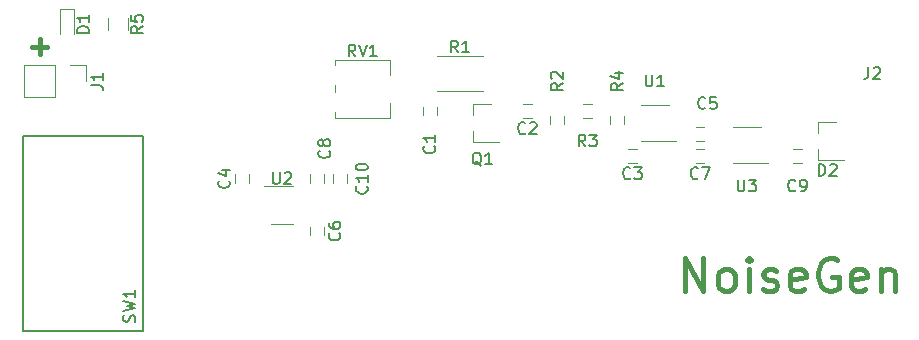
<source format=gbr>
G04 #@! TF.GenerationSoftware,KiCad,Pcbnew,(2017-05-02 revision e4d2924ee)-makepkg*
G04 #@! TF.CreationDate,2017-08-14T20:38:34-05:00*
G04 #@! TF.ProjectId,NoiseGen,4E6F69736547656E2E6B696361645F70,rev?*
G04 #@! TF.FileFunction,Legend,Top*
G04 #@! TF.FilePolarity,Positive*
%FSLAX46Y46*%
G04 Gerber Fmt 4.6, Leading zero omitted, Abs format (unit mm)*
G04 Created by KiCad (PCBNEW (2017-05-02 revision e4d2924ee)-makepkg) date 08/14/17 20:38:34*
%MOMM*%
%LPD*%
G01*
G04 APERTURE LIST*
%ADD10C,0.100000*%
%ADD11C,0.381000*%
%ADD12C,0.120000*%
%ADD13C,0.150000*%
G04 APERTURE END LIST*
D10*
D11*
X128245809Y-113023952D02*
X128245809Y-110229952D01*
X129842380Y-113023952D01*
X129842380Y-110229952D01*
X131572000Y-113023952D02*
X131305904Y-112890904D01*
X131172857Y-112757857D01*
X131039809Y-112491761D01*
X131039809Y-111693476D01*
X131172857Y-111427380D01*
X131305904Y-111294333D01*
X131572000Y-111161285D01*
X131971142Y-111161285D01*
X132237238Y-111294333D01*
X132370285Y-111427380D01*
X132503333Y-111693476D01*
X132503333Y-112491761D01*
X132370285Y-112757857D01*
X132237238Y-112890904D01*
X131971142Y-113023952D01*
X131572000Y-113023952D01*
X133700761Y-113023952D02*
X133700761Y-111161285D01*
X133700761Y-110229952D02*
X133567714Y-110363000D01*
X133700761Y-110496047D01*
X133833809Y-110363000D01*
X133700761Y-110229952D01*
X133700761Y-110496047D01*
X134898190Y-112890904D02*
X135164285Y-113023952D01*
X135696476Y-113023952D01*
X135962571Y-112890904D01*
X136095619Y-112624809D01*
X136095619Y-112491761D01*
X135962571Y-112225666D01*
X135696476Y-112092619D01*
X135297333Y-112092619D01*
X135031238Y-111959571D01*
X134898190Y-111693476D01*
X134898190Y-111560428D01*
X135031238Y-111294333D01*
X135297333Y-111161285D01*
X135696476Y-111161285D01*
X135962571Y-111294333D01*
X138357428Y-112890904D02*
X138091333Y-113023952D01*
X137559142Y-113023952D01*
X137293047Y-112890904D01*
X137160000Y-112624809D01*
X137160000Y-111560428D01*
X137293047Y-111294333D01*
X137559142Y-111161285D01*
X138091333Y-111161285D01*
X138357428Y-111294333D01*
X138490476Y-111560428D01*
X138490476Y-111826523D01*
X137160000Y-112092619D01*
X141151428Y-110363000D02*
X140885333Y-110229952D01*
X140486190Y-110229952D01*
X140087047Y-110363000D01*
X139820952Y-110629095D01*
X139687904Y-110895190D01*
X139554857Y-111427380D01*
X139554857Y-111826523D01*
X139687904Y-112358714D01*
X139820952Y-112624809D01*
X140087047Y-112890904D01*
X140486190Y-113023952D01*
X140752285Y-113023952D01*
X141151428Y-112890904D01*
X141284476Y-112757857D01*
X141284476Y-111826523D01*
X140752285Y-111826523D01*
X143546285Y-112890904D02*
X143280190Y-113023952D01*
X142748000Y-113023952D01*
X142481904Y-112890904D01*
X142348857Y-112624809D01*
X142348857Y-111560428D01*
X142481904Y-111294333D01*
X142748000Y-111161285D01*
X143280190Y-111161285D01*
X143546285Y-111294333D01*
X143679333Y-111560428D01*
X143679333Y-111826523D01*
X142348857Y-112092619D01*
X144876761Y-111161285D02*
X144876761Y-113023952D01*
X144876761Y-111427380D02*
X145009809Y-111294333D01*
X145275904Y-111161285D01*
X145675047Y-111161285D01*
X145941142Y-111294333D01*
X146074190Y-111560428D01*
X146074190Y-113023952D01*
X73025000Y-92329000D02*
X74295000Y-92329000D01*
X73660000Y-92964000D02*
X73660000Y-91694000D01*
D12*
X107280000Y-97440000D02*
X107280000Y-98140000D01*
X106080000Y-98140000D02*
X106080000Y-97440000D01*
X115285000Y-98390000D02*
X114585000Y-98390000D01*
X114585000Y-97190000D02*
X115285000Y-97190000D01*
X123475000Y-101000000D02*
X124175000Y-101000000D01*
X124175000Y-102200000D02*
X123475000Y-102200000D01*
X90205000Y-103855000D02*
X90205000Y-103155000D01*
X91405000Y-103155000D02*
X91405000Y-103855000D01*
X129190000Y-99095000D02*
X129890000Y-99095000D01*
X129890000Y-100295000D02*
X129190000Y-100295000D01*
X97755000Y-107600000D02*
X97755000Y-108300000D01*
X96555000Y-108300000D02*
X96555000Y-107600000D01*
X129190000Y-101000000D02*
X129890000Y-101000000D01*
X129890000Y-102200000D02*
X129190000Y-102200000D01*
X96555000Y-103855000D02*
X96555000Y-103155000D01*
X97755000Y-103155000D02*
X97755000Y-103855000D01*
X137445000Y-101000000D02*
X138145000Y-101000000D01*
X138145000Y-102200000D02*
X137445000Y-102200000D01*
X99660000Y-103155000D02*
X99660000Y-103855000D01*
X98460000Y-103855000D02*
X98460000Y-103155000D01*
X76516000Y-89124000D02*
X76516000Y-91224000D01*
X75376000Y-89124000D02*
X75376000Y-91224000D01*
X76516000Y-89124000D02*
X75376000Y-89124000D01*
X77530000Y-93920000D02*
X77530000Y-95250000D01*
X76200000Y-93920000D02*
X77530000Y-93920000D01*
X74930000Y-93920000D02*
X74930000Y-96580000D01*
X74930000Y-96580000D02*
X72330000Y-96580000D01*
X74930000Y-93920000D02*
X72330000Y-93920000D01*
X72330000Y-93920000D02*
X72330000Y-96580000D01*
X107270000Y-93135000D02*
X111170000Y-93135000D01*
X111170000Y-96095000D02*
X107270000Y-96095000D01*
X118075000Y-98202000D02*
X118075000Y-98902000D01*
X116875000Y-98902000D02*
X116875000Y-98202000D01*
X119665000Y-97190000D02*
X120365000Y-97190000D01*
X120365000Y-98390000D02*
X119665000Y-98390000D01*
X121955000Y-98902000D02*
X121955000Y-98202000D01*
X123155000Y-98202000D02*
X123155000Y-98902000D01*
X79414000Y-89924000D02*
X79414000Y-90924000D01*
X81114000Y-90924000D02*
X81114000Y-89924000D01*
D13*
X72212200Y-116408200D02*
X72212200Y-99949000D01*
X72212200Y-107518200D02*
X72212200Y-107518200D01*
X82372200Y-116408200D02*
X82372200Y-99949000D01*
X72212200Y-116408200D02*
X82372200Y-116408200D01*
X82372200Y-116408200D02*
X82372200Y-116408200D01*
X72212200Y-99898200D02*
X82372200Y-99898200D01*
X82372200Y-99898200D02*
X82372200Y-99898200D01*
D12*
X126930000Y-97256000D02*
X124530000Y-97256000D01*
X124530000Y-100356000D02*
X127480000Y-100356000D01*
X95050000Y-104120000D02*
X92600000Y-104120000D01*
X93250000Y-107340000D02*
X95050000Y-107340000D01*
X132320000Y-102200000D02*
X135270000Y-102200000D01*
X134720000Y-99100000D02*
X132320000Y-99100000D01*
X103325000Y-97965000D02*
X103325000Y-97065000D01*
X103325000Y-97965000D02*
X103325000Y-97065000D01*
X103325000Y-97965000D02*
X103325000Y-97965000D01*
X98605000Y-93905000D02*
X98605000Y-93425000D01*
X98605000Y-96205000D02*
X98605000Y-95565000D01*
X98605000Y-98345000D02*
X98605000Y-97865000D01*
X103325000Y-94705000D02*
X103325000Y-93425000D01*
X103325000Y-98345000D02*
X103325000Y-97065000D01*
X103325000Y-93425000D02*
X98605000Y-93425000D01*
X103325000Y-98345000D02*
X98605000Y-98345000D01*
X110365000Y-97226000D02*
X111825000Y-97226000D01*
X110365000Y-100386000D02*
X112525000Y-100386000D01*
X110365000Y-100386000D02*
X110365000Y-99456000D01*
X110365000Y-97226000D02*
X110365000Y-98156000D01*
X139575000Y-98750000D02*
X141035000Y-98750000D01*
X139575000Y-101910000D02*
X141735000Y-101910000D01*
X139575000Y-101910000D02*
X139575000Y-100980000D01*
X139575000Y-98750000D02*
X139575000Y-99680000D01*
D13*
X107037142Y-100750666D02*
X107084761Y-100798285D01*
X107132380Y-100941142D01*
X107132380Y-101036380D01*
X107084761Y-101179238D01*
X106989523Y-101274476D01*
X106894285Y-101322095D01*
X106703809Y-101369714D01*
X106560952Y-101369714D01*
X106370476Y-101322095D01*
X106275238Y-101274476D01*
X106180000Y-101179238D01*
X106132380Y-101036380D01*
X106132380Y-100941142D01*
X106180000Y-100798285D01*
X106227619Y-100750666D01*
X107132380Y-99798285D02*
X107132380Y-100369714D01*
X107132380Y-100084000D02*
X106132380Y-100084000D01*
X106275238Y-100179238D01*
X106370476Y-100274476D01*
X106418095Y-100369714D01*
X114768333Y-99647142D02*
X114720714Y-99694761D01*
X114577857Y-99742380D01*
X114482619Y-99742380D01*
X114339761Y-99694761D01*
X114244523Y-99599523D01*
X114196904Y-99504285D01*
X114149285Y-99313809D01*
X114149285Y-99170952D01*
X114196904Y-98980476D01*
X114244523Y-98885238D01*
X114339761Y-98790000D01*
X114482619Y-98742380D01*
X114577857Y-98742380D01*
X114720714Y-98790000D01*
X114768333Y-98837619D01*
X115149285Y-98837619D02*
X115196904Y-98790000D01*
X115292142Y-98742380D01*
X115530238Y-98742380D01*
X115625476Y-98790000D01*
X115673095Y-98837619D01*
X115720714Y-98932857D01*
X115720714Y-99028095D01*
X115673095Y-99170952D01*
X115101666Y-99742380D01*
X115720714Y-99742380D01*
X123658333Y-103457142D02*
X123610714Y-103504761D01*
X123467857Y-103552380D01*
X123372619Y-103552380D01*
X123229761Y-103504761D01*
X123134523Y-103409523D01*
X123086904Y-103314285D01*
X123039285Y-103123809D01*
X123039285Y-102980952D01*
X123086904Y-102790476D01*
X123134523Y-102695238D01*
X123229761Y-102600000D01*
X123372619Y-102552380D01*
X123467857Y-102552380D01*
X123610714Y-102600000D01*
X123658333Y-102647619D01*
X123991666Y-102552380D02*
X124610714Y-102552380D01*
X124277380Y-102933333D01*
X124420238Y-102933333D01*
X124515476Y-102980952D01*
X124563095Y-103028571D01*
X124610714Y-103123809D01*
X124610714Y-103361904D01*
X124563095Y-103457142D01*
X124515476Y-103504761D01*
X124420238Y-103552380D01*
X124134523Y-103552380D01*
X124039285Y-103504761D01*
X123991666Y-103457142D01*
X89662142Y-103671666D02*
X89709761Y-103719285D01*
X89757380Y-103862142D01*
X89757380Y-103957380D01*
X89709761Y-104100238D01*
X89614523Y-104195476D01*
X89519285Y-104243095D01*
X89328809Y-104290714D01*
X89185952Y-104290714D01*
X88995476Y-104243095D01*
X88900238Y-104195476D01*
X88805000Y-104100238D01*
X88757380Y-103957380D01*
X88757380Y-103862142D01*
X88805000Y-103719285D01*
X88852619Y-103671666D01*
X89090714Y-102814523D02*
X89757380Y-102814523D01*
X88709761Y-103052619D02*
X89424047Y-103290714D01*
X89424047Y-102671666D01*
X130008333Y-97512142D02*
X129960714Y-97559761D01*
X129817857Y-97607380D01*
X129722619Y-97607380D01*
X129579761Y-97559761D01*
X129484523Y-97464523D01*
X129436904Y-97369285D01*
X129389285Y-97178809D01*
X129389285Y-97035952D01*
X129436904Y-96845476D01*
X129484523Y-96750238D01*
X129579761Y-96655000D01*
X129722619Y-96607380D01*
X129817857Y-96607380D01*
X129960714Y-96655000D01*
X130008333Y-96702619D01*
X130913095Y-96607380D02*
X130436904Y-96607380D01*
X130389285Y-97083571D01*
X130436904Y-97035952D01*
X130532142Y-96988333D01*
X130770238Y-96988333D01*
X130865476Y-97035952D01*
X130913095Y-97083571D01*
X130960714Y-97178809D01*
X130960714Y-97416904D01*
X130913095Y-97512142D01*
X130865476Y-97559761D01*
X130770238Y-97607380D01*
X130532142Y-97607380D01*
X130436904Y-97559761D01*
X130389285Y-97512142D01*
X99012142Y-108116666D02*
X99059761Y-108164285D01*
X99107380Y-108307142D01*
X99107380Y-108402380D01*
X99059761Y-108545238D01*
X98964523Y-108640476D01*
X98869285Y-108688095D01*
X98678809Y-108735714D01*
X98535952Y-108735714D01*
X98345476Y-108688095D01*
X98250238Y-108640476D01*
X98155000Y-108545238D01*
X98107380Y-108402380D01*
X98107380Y-108307142D01*
X98155000Y-108164285D01*
X98202619Y-108116666D01*
X98107380Y-107259523D02*
X98107380Y-107450000D01*
X98155000Y-107545238D01*
X98202619Y-107592857D01*
X98345476Y-107688095D01*
X98535952Y-107735714D01*
X98916904Y-107735714D01*
X99012142Y-107688095D01*
X99059761Y-107640476D01*
X99107380Y-107545238D01*
X99107380Y-107354761D01*
X99059761Y-107259523D01*
X99012142Y-107211904D01*
X98916904Y-107164285D01*
X98678809Y-107164285D01*
X98583571Y-107211904D01*
X98535952Y-107259523D01*
X98488333Y-107354761D01*
X98488333Y-107545238D01*
X98535952Y-107640476D01*
X98583571Y-107688095D01*
X98678809Y-107735714D01*
X129373333Y-103457142D02*
X129325714Y-103504761D01*
X129182857Y-103552380D01*
X129087619Y-103552380D01*
X128944761Y-103504761D01*
X128849523Y-103409523D01*
X128801904Y-103314285D01*
X128754285Y-103123809D01*
X128754285Y-102980952D01*
X128801904Y-102790476D01*
X128849523Y-102695238D01*
X128944761Y-102600000D01*
X129087619Y-102552380D01*
X129182857Y-102552380D01*
X129325714Y-102600000D01*
X129373333Y-102647619D01*
X129706666Y-102552380D02*
X130373333Y-102552380D01*
X129944761Y-103552380D01*
X98147142Y-101131666D02*
X98194761Y-101179285D01*
X98242380Y-101322142D01*
X98242380Y-101417380D01*
X98194761Y-101560238D01*
X98099523Y-101655476D01*
X98004285Y-101703095D01*
X97813809Y-101750714D01*
X97670952Y-101750714D01*
X97480476Y-101703095D01*
X97385238Y-101655476D01*
X97290000Y-101560238D01*
X97242380Y-101417380D01*
X97242380Y-101322142D01*
X97290000Y-101179285D01*
X97337619Y-101131666D01*
X97670952Y-100560238D02*
X97623333Y-100655476D01*
X97575714Y-100703095D01*
X97480476Y-100750714D01*
X97432857Y-100750714D01*
X97337619Y-100703095D01*
X97290000Y-100655476D01*
X97242380Y-100560238D01*
X97242380Y-100369761D01*
X97290000Y-100274523D01*
X97337619Y-100226904D01*
X97432857Y-100179285D01*
X97480476Y-100179285D01*
X97575714Y-100226904D01*
X97623333Y-100274523D01*
X97670952Y-100369761D01*
X97670952Y-100560238D01*
X97718571Y-100655476D01*
X97766190Y-100703095D01*
X97861428Y-100750714D01*
X98051904Y-100750714D01*
X98147142Y-100703095D01*
X98194761Y-100655476D01*
X98242380Y-100560238D01*
X98242380Y-100369761D01*
X98194761Y-100274523D01*
X98147142Y-100226904D01*
X98051904Y-100179285D01*
X97861428Y-100179285D01*
X97766190Y-100226904D01*
X97718571Y-100274523D01*
X97670952Y-100369761D01*
X137628333Y-104497142D02*
X137580714Y-104544761D01*
X137437857Y-104592380D01*
X137342619Y-104592380D01*
X137199761Y-104544761D01*
X137104523Y-104449523D01*
X137056904Y-104354285D01*
X137009285Y-104163809D01*
X137009285Y-104020952D01*
X137056904Y-103830476D01*
X137104523Y-103735238D01*
X137199761Y-103640000D01*
X137342619Y-103592380D01*
X137437857Y-103592380D01*
X137580714Y-103640000D01*
X137628333Y-103687619D01*
X138104523Y-104592380D02*
X138295000Y-104592380D01*
X138390238Y-104544761D01*
X138437857Y-104497142D01*
X138533095Y-104354285D01*
X138580714Y-104163809D01*
X138580714Y-103782857D01*
X138533095Y-103687619D01*
X138485476Y-103640000D01*
X138390238Y-103592380D01*
X138199761Y-103592380D01*
X138104523Y-103640000D01*
X138056904Y-103687619D01*
X138009285Y-103782857D01*
X138009285Y-104020952D01*
X138056904Y-104116190D01*
X138104523Y-104163809D01*
X138199761Y-104211428D01*
X138390238Y-104211428D01*
X138485476Y-104163809D01*
X138533095Y-104116190D01*
X138580714Y-104020952D01*
X101322142Y-104147857D02*
X101369761Y-104195476D01*
X101417380Y-104338333D01*
X101417380Y-104433571D01*
X101369761Y-104576428D01*
X101274523Y-104671666D01*
X101179285Y-104719285D01*
X100988809Y-104766904D01*
X100845952Y-104766904D01*
X100655476Y-104719285D01*
X100560238Y-104671666D01*
X100465000Y-104576428D01*
X100417380Y-104433571D01*
X100417380Y-104338333D01*
X100465000Y-104195476D01*
X100512619Y-104147857D01*
X101417380Y-103195476D02*
X101417380Y-103766904D01*
X101417380Y-103481190D02*
X100417380Y-103481190D01*
X100560238Y-103576428D01*
X100655476Y-103671666D01*
X100703095Y-103766904D01*
X100417380Y-102576428D02*
X100417380Y-102481190D01*
X100465000Y-102385952D01*
X100512619Y-102338333D01*
X100607857Y-102290714D01*
X100798333Y-102243095D01*
X101036428Y-102243095D01*
X101226904Y-102290714D01*
X101322142Y-102338333D01*
X101369761Y-102385952D01*
X101417380Y-102481190D01*
X101417380Y-102576428D01*
X101369761Y-102671666D01*
X101322142Y-102719285D01*
X101226904Y-102766904D01*
X101036428Y-102814523D01*
X100798333Y-102814523D01*
X100607857Y-102766904D01*
X100512619Y-102719285D01*
X100465000Y-102671666D01*
X100417380Y-102576428D01*
X77798380Y-91162095D02*
X76798380Y-91162095D01*
X76798380Y-90924000D01*
X76846000Y-90781142D01*
X76941238Y-90685904D01*
X77036476Y-90638285D01*
X77226952Y-90590666D01*
X77369809Y-90590666D01*
X77560285Y-90638285D01*
X77655523Y-90685904D01*
X77750761Y-90781142D01*
X77798380Y-90924000D01*
X77798380Y-91162095D01*
X77798380Y-89638285D02*
X77798380Y-90209714D01*
X77798380Y-89924000D02*
X76798380Y-89924000D01*
X76941238Y-90019238D01*
X77036476Y-90114476D01*
X77084095Y-90209714D01*
X77982380Y-95583333D02*
X78696666Y-95583333D01*
X78839523Y-95630952D01*
X78934761Y-95726190D01*
X78982380Y-95869047D01*
X78982380Y-95964285D01*
X78982380Y-94583333D02*
X78982380Y-95154761D01*
X78982380Y-94869047D02*
X77982380Y-94869047D01*
X78125238Y-94964285D01*
X78220476Y-95059523D01*
X78268095Y-95154761D01*
X143811666Y-94067380D02*
X143811666Y-94781666D01*
X143764047Y-94924523D01*
X143668809Y-95019761D01*
X143525952Y-95067380D01*
X143430714Y-95067380D01*
X144240238Y-94162619D02*
X144287857Y-94115000D01*
X144383095Y-94067380D01*
X144621190Y-94067380D01*
X144716428Y-94115000D01*
X144764047Y-94162619D01*
X144811666Y-94257857D01*
X144811666Y-94353095D01*
X144764047Y-94495952D01*
X144192619Y-95067380D01*
X144811666Y-95067380D01*
X109053333Y-92817380D02*
X108720000Y-92341190D01*
X108481904Y-92817380D02*
X108481904Y-91817380D01*
X108862857Y-91817380D01*
X108958095Y-91865000D01*
X109005714Y-91912619D01*
X109053333Y-92007857D01*
X109053333Y-92150714D01*
X109005714Y-92245952D01*
X108958095Y-92293571D01*
X108862857Y-92341190D01*
X108481904Y-92341190D01*
X110005714Y-92817380D02*
X109434285Y-92817380D01*
X109720000Y-92817380D02*
X109720000Y-91817380D01*
X109624761Y-91960238D01*
X109529523Y-92055476D01*
X109434285Y-92103095D01*
X117927380Y-95416666D02*
X117451190Y-95750000D01*
X117927380Y-95988095D02*
X116927380Y-95988095D01*
X116927380Y-95607142D01*
X116975000Y-95511904D01*
X117022619Y-95464285D01*
X117117857Y-95416666D01*
X117260714Y-95416666D01*
X117355952Y-95464285D01*
X117403571Y-95511904D01*
X117451190Y-95607142D01*
X117451190Y-95988095D01*
X117022619Y-95035714D02*
X116975000Y-94988095D01*
X116927380Y-94892857D01*
X116927380Y-94654761D01*
X116975000Y-94559523D01*
X117022619Y-94511904D01*
X117117857Y-94464285D01*
X117213095Y-94464285D01*
X117355952Y-94511904D01*
X117927380Y-95083333D01*
X117927380Y-94464285D01*
X119848333Y-100782380D02*
X119515000Y-100306190D01*
X119276904Y-100782380D02*
X119276904Y-99782380D01*
X119657857Y-99782380D01*
X119753095Y-99830000D01*
X119800714Y-99877619D01*
X119848333Y-99972857D01*
X119848333Y-100115714D01*
X119800714Y-100210952D01*
X119753095Y-100258571D01*
X119657857Y-100306190D01*
X119276904Y-100306190D01*
X120181666Y-99782380D02*
X120800714Y-99782380D01*
X120467380Y-100163333D01*
X120610238Y-100163333D01*
X120705476Y-100210952D01*
X120753095Y-100258571D01*
X120800714Y-100353809D01*
X120800714Y-100591904D01*
X120753095Y-100687142D01*
X120705476Y-100734761D01*
X120610238Y-100782380D01*
X120324523Y-100782380D01*
X120229285Y-100734761D01*
X120181666Y-100687142D01*
X123007380Y-95416666D02*
X122531190Y-95750000D01*
X123007380Y-95988095D02*
X122007380Y-95988095D01*
X122007380Y-95607142D01*
X122055000Y-95511904D01*
X122102619Y-95464285D01*
X122197857Y-95416666D01*
X122340714Y-95416666D01*
X122435952Y-95464285D01*
X122483571Y-95511904D01*
X122531190Y-95607142D01*
X122531190Y-95988095D01*
X122340714Y-94559523D02*
X123007380Y-94559523D01*
X121959761Y-94797619D02*
X122674047Y-95035714D01*
X122674047Y-94416666D01*
X82367380Y-90590666D02*
X81891190Y-90924000D01*
X82367380Y-91162095D02*
X81367380Y-91162095D01*
X81367380Y-90781142D01*
X81415000Y-90685904D01*
X81462619Y-90638285D01*
X81557857Y-90590666D01*
X81700714Y-90590666D01*
X81795952Y-90638285D01*
X81843571Y-90685904D01*
X81891190Y-90781142D01*
X81891190Y-91162095D01*
X81367380Y-89685904D02*
X81367380Y-90162095D01*
X81843571Y-90209714D01*
X81795952Y-90162095D01*
X81748333Y-90066857D01*
X81748333Y-89828761D01*
X81795952Y-89733523D01*
X81843571Y-89685904D01*
X81938809Y-89638285D01*
X82176904Y-89638285D01*
X82272142Y-89685904D01*
X82319761Y-89733523D01*
X82367380Y-89828761D01*
X82367380Y-90066857D01*
X82319761Y-90162095D01*
X82272142Y-90209714D01*
X81684761Y-115633333D02*
X81732380Y-115490476D01*
X81732380Y-115252380D01*
X81684761Y-115157142D01*
X81637142Y-115109523D01*
X81541904Y-115061904D01*
X81446666Y-115061904D01*
X81351428Y-115109523D01*
X81303809Y-115157142D01*
X81256190Y-115252380D01*
X81208571Y-115442857D01*
X81160952Y-115538095D01*
X81113333Y-115585714D01*
X81018095Y-115633333D01*
X80922857Y-115633333D01*
X80827619Y-115585714D01*
X80780000Y-115538095D01*
X80732380Y-115442857D01*
X80732380Y-115204761D01*
X80780000Y-115061904D01*
X80732380Y-114728571D02*
X81732380Y-114490476D01*
X81018095Y-114300000D01*
X81732380Y-114109523D01*
X80732380Y-113871428D01*
X81732380Y-112966666D02*
X81732380Y-113538095D01*
X81732380Y-113252380D02*
X80732380Y-113252380D01*
X80875238Y-113347619D01*
X80970476Y-113442857D01*
X81018095Y-113538095D01*
X124948095Y-94702380D02*
X124948095Y-95511904D01*
X124995714Y-95607142D01*
X125043333Y-95654761D01*
X125138571Y-95702380D01*
X125329047Y-95702380D01*
X125424285Y-95654761D01*
X125471904Y-95607142D01*
X125519523Y-95511904D01*
X125519523Y-94702380D01*
X126519523Y-95702380D02*
X125948095Y-95702380D01*
X126233809Y-95702380D02*
X126233809Y-94702380D01*
X126138571Y-94845238D01*
X126043333Y-94940476D01*
X125948095Y-94988095D01*
X93388095Y-102957380D02*
X93388095Y-103766904D01*
X93435714Y-103862142D01*
X93483333Y-103909761D01*
X93578571Y-103957380D01*
X93769047Y-103957380D01*
X93864285Y-103909761D01*
X93911904Y-103862142D01*
X93959523Y-103766904D01*
X93959523Y-102957380D01*
X94388095Y-103052619D02*
X94435714Y-103005000D01*
X94530952Y-102957380D01*
X94769047Y-102957380D01*
X94864285Y-103005000D01*
X94911904Y-103052619D01*
X94959523Y-103147857D01*
X94959523Y-103243095D01*
X94911904Y-103385952D01*
X94340476Y-103957380D01*
X94959523Y-103957380D01*
X132738095Y-103592380D02*
X132738095Y-104401904D01*
X132785714Y-104497142D01*
X132833333Y-104544761D01*
X132928571Y-104592380D01*
X133119047Y-104592380D01*
X133214285Y-104544761D01*
X133261904Y-104497142D01*
X133309523Y-104401904D01*
X133309523Y-103592380D01*
X133690476Y-103592380D02*
X134309523Y-103592380D01*
X133976190Y-103973333D01*
X134119047Y-103973333D01*
X134214285Y-104020952D01*
X134261904Y-104068571D01*
X134309523Y-104163809D01*
X134309523Y-104401904D01*
X134261904Y-104497142D01*
X134214285Y-104544761D01*
X134119047Y-104592380D01*
X133833333Y-104592380D01*
X133738095Y-104544761D01*
X133690476Y-104497142D01*
X100369761Y-93162380D02*
X100036428Y-92686190D01*
X99798333Y-93162380D02*
X99798333Y-92162380D01*
X100179285Y-92162380D01*
X100274523Y-92210000D01*
X100322142Y-92257619D01*
X100369761Y-92352857D01*
X100369761Y-92495714D01*
X100322142Y-92590952D01*
X100274523Y-92638571D01*
X100179285Y-92686190D01*
X99798333Y-92686190D01*
X100655476Y-92162380D02*
X100988809Y-93162380D01*
X101322142Y-92162380D01*
X102179285Y-93162380D02*
X101607857Y-93162380D01*
X101893571Y-93162380D02*
X101893571Y-92162380D01*
X101798333Y-92305238D01*
X101703095Y-92400476D01*
X101607857Y-92448095D01*
X111029761Y-102401619D02*
X110934523Y-102354000D01*
X110839285Y-102258761D01*
X110696428Y-102115904D01*
X110601190Y-102068285D01*
X110505952Y-102068285D01*
X110553571Y-102306380D02*
X110458333Y-102258761D01*
X110363095Y-102163523D01*
X110315476Y-101973047D01*
X110315476Y-101639714D01*
X110363095Y-101449238D01*
X110458333Y-101354000D01*
X110553571Y-101306380D01*
X110744047Y-101306380D01*
X110839285Y-101354000D01*
X110934523Y-101449238D01*
X110982142Y-101639714D01*
X110982142Y-101973047D01*
X110934523Y-102163523D01*
X110839285Y-102258761D01*
X110744047Y-102306380D01*
X110553571Y-102306380D01*
X111934523Y-102306380D02*
X111363095Y-102306380D01*
X111648809Y-102306380D02*
X111648809Y-101306380D01*
X111553571Y-101449238D01*
X111458333Y-101544476D01*
X111363095Y-101592095D01*
X139596904Y-103282380D02*
X139596904Y-102282380D01*
X139835000Y-102282380D01*
X139977857Y-102330000D01*
X140073095Y-102425238D01*
X140120714Y-102520476D01*
X140168333Y-102710952D01*
X140168333Y-102853809D01*
X140120714Y-103044285D01*
X140073095Y-103139523D01*
X139977857Y-103234761D01*
X139835000Y-103282380D01*
X139596904Y-103282380D01*
X140549285Y-102377619D02*
X140596904Y-102330000D01*
X140692142Y-102282380D01*
X140930238Y-102282380D01*
X141025476Y-102330000D01*
X141073095Y-102377619D01*
X141120714Y-102472857D01*
X141120714Y-102568095D01*
X141073095Y-102710952D01*
X140501666Y-103282380D01*
X141120714Y-103282380D01*
M02*

</source>
